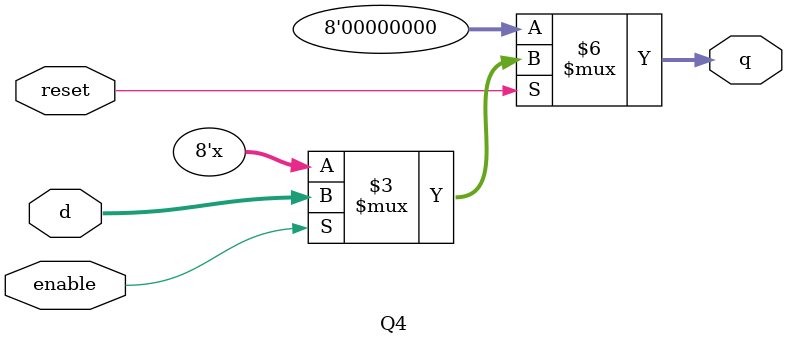
<source format=v>
module Q4(input [7:0]d,
			input reset,enable,
			output reg [7:0]q);
			
always@(*)
begin
if(!reset) q<=8'b00000000;
else 
begin
if(enable) q<=d;
end
end
endmodule


</source>
